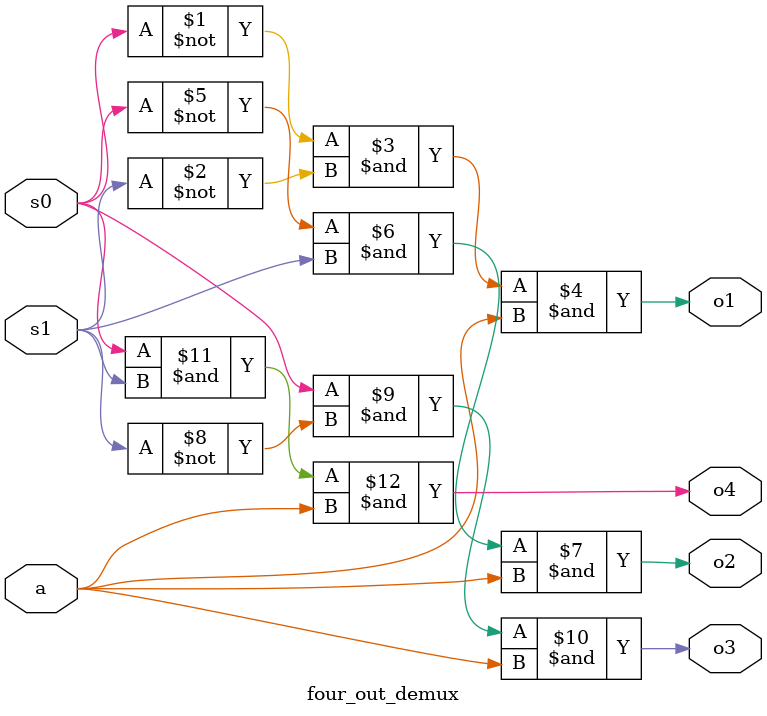
<source format=v>
module four_out_demux(o1,o2,o3,o4,a,s0,s1);

input a;
input s0,s1;
output o1,o2,o3,o4;

assign o1=~s0&~s1&a;
assign o2=~s0&s1&a;
assign o3=s0&~s1&a;
assign o4=s0&s1&a;
endmodule

/*GATE LEVEL MODELING

 not(s0_c,s0); 
 not(s1_c,s1);
 
 and(o1,s0_c,s1_c,a);
 and(o2,s0_c,s1,a);
 and(o3,s0,s1_c,a);
 and(o4,s0,s1,a);

 *BEHAVIORAL MODELING


module four_out_demux(o1,o2,o3,o4,a,s0,s1);

input a;
input s0,s1;
output o1,o2,o3,o4;

reg(a,s0,s1);

if({s0,s1}==2'b00)
	01=a;
if else({s0,s1}==2'b01)
        02=a;
if else({s0,s1}==2'b10)
        03=a;
if else({s0,s1}==2'b11)
        04=a;
end 
endmodule
 

  


</source>
